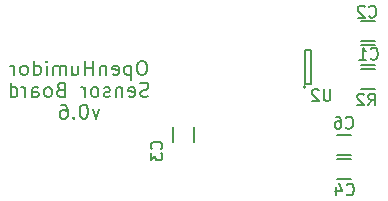
<source format=gbo>
G04 #@! TF.FileFunction,Legend,Bot*
%FSLAX46Y46*%
G04 Gerber Fmt 4.6, Leading zero omitted, Abs format (unit mm)*
G04 Created by KiCad (PCBNEW 4.0.2+e4-6225~38~ubuntu14.04.1-stable) date Sat Jul  9 19:21:58 2016*
%MOMM*%
G01*
G04 APERTURE LIST*
%ADD10C,0.150000*%
%ADD11C,0.175000*%
G04 APERTURE END LIST*
D10*
D11*
X17557070Y26934643D02*
X17328499Y26934643D01*
X17214213Y26877500D01*
X17099927Y26763214D01*
X17042785Y26534643D01*
X17042785Y26134643D01*
X17099927Y25906071D01*
X17214213Y25791786D01*
X17328499Y25734643D01*
X17557070Y25734643D01*
X17671356Y25791786D01*
X17785642Y25906071D01*
X17842785Y26134643D01*
X17842785Y26534643D01*
X17785642Y26763214D01*
X17671356Y26877500D01*
X17557070Y26934643D01*
X16528499Y26534643D02*
X16528499Y25334643D01*
X16528499Y26477500D02*
X16414213Y26534643D01*
X16185642Y26534643D01*
X16071356Y26477500D01*
X16014213Y26420357D01*
X15957070Y26306071D01*
X15957070Y25963214D01*
X16014213Y25848929D01*
X16071356Y25791786D01*
X16185642Y25734643D01*
X16414213Y25734643D01*
X16528499Y25791786D01*
X14985642Y25791786D02*
X15099928Y25734643D01*
X15328499Y25734643D01*
X15442785Y25791786D01*
X15499928Y25906071D01*
X15499928Y26363214D01*
X15442785Y26477500D01*
X15328499Y26534643D01*
X15099928Y26534643D01*
X14985642Y26477500D01*
X14928499Y26363214D01*
X14928499Y26248929D01*
X15499928Y26134643D01*
X14414214Y26534643D02*
X14414214Y25734643D01*
X14414214Y26420357D02*
X14357071Y26477500D01*
X14242785Y26534643D01*
X14071357Y26534643D01*
X13957071Y26477500D01*
X13899928Y26363214D01*
X13899928Y25734643D01*
X13328500Y25734643D02*
X13328500Y26934643D01*
X13328500Y26363214D02*
X12642785Y26363214D01*
X12642785Y25734643D02*
X12642785Y26934643D01*
X11557071Y26534643D02*
X11557071Y25734643D01*
X12071357Y26534643D02*
X12071357Y25906071D01*
X12014214Y25791786D01*
X11899928Y25734643D01*
X11728500Y25734643D01*
X11614214Y25791786D01*
X11557071Y25848929D01*
X10985643Y25734643D02*
X10985643Y26534643D01*
X10985643Y26420357D02*
X10928500Y26477500D01*
X10814214Y26534643D01*
X10642786Y26534643D01*
X10528500Y26477500D01*
X10471357Y26363214D01*
X10471357Y25734643D01*
X10471357Y26363214D02*
X10414214Y26477500D01*
X10299928Y26534643D01*
X10128500Y26534643D01*
X10014214Y26477500D01*
X9957071Y26363214D01*
X9957071Y25734643D01*
X9385643Y25734643D02*
X9385643Y26534643D01*
X9385643Y26934643D02*
X9442786Y26877500D01*
X9385643Y26820357D01*
X9328500Y26877500D01*
X9385643Y26934643D01*
X9385643Y26820357D01*
X8299928Y25734643D02*
X8299928Y26934643D01*
X8299928Y25791786D02*
X8414214Y25734643D01*
X8642785Y25734643D01*
X8757071Y25791786D01*
X8814214Y25848929D01*
X8871357Y25963214D01*
X8871357Y26306071D01*
X8814214Y26420357D01*
X8757071Y26477500D01*
X8642785Y26534643D01*
X8414214Y26534643D01*
X8299928Y26477500D01*
X7557071Y25734643D02*
X7671357Y25791786D01*
X7728500Y25848929D01*
X7785643Y25963214D01*
X7785643Y26306071D01*
X7728500Y26420357D01*
X7671357Y26477500D01*
X7557071Y26534643D01*
X7385643Y26534643D01*
X7271357Y26477500D01*
X7214214Y26420357D01*
X7157071Y26306071D01*
X7157071Y25963214D01*
X7214214Y25848929D01*
X7271357Y25791786D01*
X7385643Y25734643D01*
X7557071Y25734643D01*
X6642786Y25734643D02*
X6642786Y26534643D01*
X6642786Y26306071D02*
X6585643Y26420357D01*
X6528500Y26477500D01*
X6414214Y26534643D01*
X6299929Y26534643D01*
X17985642Y23936786D02*
X17814213Y23879643D01*
X17528499Y23879643D01*
X17414213Y23936786D01*
X17357070Y23993929D01*
X17299927Y24108214D01*
X17299927Y24222500D01*
X17357070Y24336786D01*
X17414213Y24393929D01*
X17528499Y24451071D01*
X17757070Y24508214D01*
X17871356Y24565357D01*
X17928499Y24622500D01*
X17985642Y24736786D01*
X17985642Y24851071D01*
X17928499Y24965357D01*
X17871356Y25022500D01*
X17757070Y25079643D01*
X17471356Y25079643D01*
X17299927Y25022500D01*
X16328499Y23936786D02*
X16442785Y23879643D01*
X16671356Y23879643D01*
X16785642Y23936786D01*
X16842785Y24051071D01*
X16842785Y24508214D01*
X16785642Y24622500D01*
X16671356Y24679643D01*
X16442785Y24679643D01*
X16328499Y24622500D01*
X16271356Y24508214D01*
X16271356Y24393929D01*
X16842785Y24279643D01*
X15757071Y24679643D02*
X15757071Y23879643D01*
X15757071Y24565357D02*
X15699928Y24622500D01*
X15585642Y24679643D01*
X15414214Y24679643D01*
X15299928Y24622500D01*
X15242785Y24508214D01*
X15242785Y23879643D01*
X14728500Y23936786D02*
X14614214Y23879643D01*
X14385642Y23879643D01*
X14271357Y23936786D01*
X14214214Y24051071D01*
X14214214Y24108214D01*
X14271357Y24222500D01*
X14385642Y24279643D01*
X14557071Y24279643D01*
X14671357Y24336786D01*
X14728500Y24451071D01*
X14728500Y24508214D01*
X14671357Y24622500D01*
X14557071Y24679643D01*
X14385642Y24679643D01*
X14271357Y24622500D01*
X13528499Y23879643D02*
X13642785Y23936786D01*
X13699928Y23993929D01*
X13757071Y24108214D01*
X13757071Y24451071D01*
X13699928Y24565357D01*
X13642785Y24622500D01*
X13528499Y24679643D01*
X13357071Y24679643D01*
X13242785Y24622500D01*
X13185642Y24565357D01*
X13128499Y24451071D01*
X13128499Y24108214D01*
X13185642Y23993929D01*
X13242785Y23936786D01*
X13357071Y23879643D01*
X13528499Y23879643D01*
X12614214Y23879643D02*
X12614214Y24679643D01*
X12614214Y24451071D02*
X12557071Y24565357D01*
X12499928Y24622500D01*
X12385642Y24679643D01*
X12271357Y24679643D01*
X10557071Y24508214D02*
X10385642Y24451071D01*
X10328499Y24393929D01*
X10271356Y24279643D01*
X10271356Y24108214D01*
X10328499Y23993929D01*
X10385642Y23936786D01*
X10499928Y23879643D01*
X10957071Y23879643D01*
X10957071Y25079643D01*
X10557071Y25079643D01*
X10442785Y25022500D01*
X10385642Y24965357D01*
X10328499Y24851071D01*
X10328499Y24736786D01*
X10385642Y24622500D01*
X10442785Y24565357D01*
X10557071Y24508214D01*
X10957071Y24508214D01*
X9585642Y23879643D02*
X9699928Y23936786D01*
X9757071Y23993929D01*
X9814214Y24108214D01*
X9814214Y24451071D01*
X9757071Y24565357D01*
X9699928Y24622500D01*
X9585642Y24679643D01*
X9414214Y24679643D01*
X9299928Y24622500D01*
X9242785Y24565357D01*
X9185642Y24451071D01*
X9185642Y24108214D01*
X9242785Y23993929D01*
X9299928Y23936786D01*
X9414214Y23879643D01*
X9585642Y23879643D01*
X8157071Y23879643D02*
X8157071Y24508214D01*
X8214214Y24622500D01*
X8328500Y24679643D01*
X8557071Y24679643D01*
X8671357Y24622500D01*
X8157071Y23936786D02*
X8271357Y23879643D01*
X8557071Y23879643D01*
X8671357Y23936786D01*
X8728500Y24051071D01*
X8728500Y24165357D01*
X8671357Y24279643D01*
X8557071Y24336786D01*
X8271357Y24336786D01*
X8157071Y24393929D01*
X7585643Y23879643D02*
X7585643Y24679643D01*
X7585643Y24451071D02*
X7528500Y24565357D01*
X7471357Y24622500D01*
X7357071Y24679643D01*
X7242786Y24679643D01*
X6328500Y23879643D02*
X6328500Y25079643D01*
X6328500Y23936786D02*
X6442786Y23879643D01*
X6671357Y23879643D01*
X6785643Y23936786D01*
X6842786Y23993929D01*
X6899929Y24108214D01*
X6899929Y24451071D01*
X6842786Y24565357D01*
X6785643Y24622500D01*
X6671357Y24679643D01*
X6442786Y24679643D01*
X6328500Y24622500D01*
X13842785Y22824643D02*
X13557071Y22024643D01*
X13271357Y22824643D01*
X12585642Y23224643D02*
X12471357Y23224643D01*
X12357071Y23167500D01*
X12299928Y23110357D01*
X12242785Y22996071D01*
X12185642Y22767500D01*
X12185642Y22481786D01*
X12242785Y22253214D01*
X12299928Y22138929D01*
X12357071Y22081786D01*
X12471357Y22024643D01*
X12585642Y22024643D01*
X12699928Y22081786D01*
X12757071Y22138929D01*
X12814214Y22253214D01*
X12871357Y22481786D01*
X12871357Y22767500D01*
X12814214Y22996071D01*
X12757071Y23110357D01*
X12699928Y23167500D01*
X12585642Y23224643D01*
X11671357Y22138929D02*
X11614214Y22081786D01*
X11671357Y22024643D01*
X11728500Y22081786D01*
X11671357Y22138929D01*
X11671357Y22024643D01*
X10585642Y23224643D02*
X10814213Y23224643D01*
X10928499Y23167500D01*
X10985642Y23110357D01*
X11099928Y22938929D01*
X11157071Y22710357D01*
X11157071Y22253214D01*
X11099928Y22138929D01*
X11042785Y22081786D01*
X10928499Y22024643D01*
X10699928Y22024643D01*
X10585642Y22081786D01*
X10528499Y22138929D01*
X10471356Y22253214D01*
X10471356Y22538929D01*
X10528499Y22653214D01*
X10585642Y22710357D01*
X10699928Y22767500D01*
X10928499Y22767500D01*
X11042785Y22710357D01*
X11099928Y22653214D01*
X11157071Y22538929D01*
D10*
X31296000Y24716000D02*
G75*
G03X31296000Y24716000I-100000J0D01*
G01*
X31746000Y24966000D02*
X31246000Y24966000D01*
X31746000Y27866000D02*
X31746000Y24966000D01*
X31246000Y27866000D02*
X31746000Y27866000D01*
X31246000Y24966000D02*
X31246000Y27866000D01*
X35976000Y26557000D02*
X37176000Y26557000D01*
X37176000Y28307000D02*
X35976000Y28307000D01*
X35976000Y28589000D02*
X37176000Y28589000D01*
X37176000Y30339000D02*
X35976000Y30339000D01*
X20080000Y21301000D02*
X20080000Y20101000D01*
X21830000Y20101000D02*
X21830000Y21301000D01*
X35976000Y24525000D02*
X37176000Y24525000D01*
X37176000Y26275000D02*
X35976000Y26275000D01*
X33944000Y16905000D02*
X35144000Y16905000D01*
X35144000Y18655000D02*
X33944000Y18655000D01*
X33944000Y18937000D02*
X35144000Y18937000D01*
X35144000Y20687000D02*
X33944000Y20687000D01*
X33400905Y24550619D02*
X33400905Y23741095D01*
X33353286Y23645857D01*
X33305667Y23598238D01*
X33210429Y23550619D01*
X33019952Y23550619D01*
X32924714Y23598238D01*
X32877095Y23645857D01*
X32829476Y23741095D01*
X32829476Y24550619D01*
X32400905Y24455381D02*
X32353286Y24503000D01*
X32258048Y24550619D01*
X32019952Y24550619D01*
X31924714Y24503000D01*
X31877095Y24455381D01*
X31829476Y24360143D01*
X31829476Y24264905D01*
X31877095Y24122048D01*
X32448524Y23550619D01*
X31829476Y23550619D01*
X36806166Y27138357D02*
X36853785Y27090738D01*
X36996642Y27043119D01*
X37091880Y27043119D01*
X37234738Y27090738D01*
X37329976Y27185976D01*
X37377595Y27281214D01*
X37425214Y27471690D01*
X37425214Y27614548D01*
X37377595Y27805024D01*
X37329976Y27900262D01*
X37234738Y27995500D01*
X37091880Y28043119D01*
X36996642Y28043119D01*
X36853785Y27995500D01*
X36806166Y27947881D01*
X35853785Y27043119D02*
X36425214Y27043119D01*
X36139500Y27043119D02*
X36139500Y28043119D01*
X36234738Y27900262D01*
X36329976Y27805024D01*
X36425214Y27757405D01*
X36679166Y30694357D02*
X36726785Y30646738D01*
X36869642Y30599119D01*
X36964880Y30599119D01*
X37107738Y30646738D01*
X37202976Y30741976D01*
X37250595Y30837214D01*
X37298214Y31027690D01*
X37298214Y31170548D01*
X37250595Y31361024D01*
X37202976Y31456262D01*
X37107738Y31551500D01*
X36964880Y31599119D01*
X36869642Y31599119D01*
X36726785Y31551500D01*
X36679166Y31503881D01*
X36298214Y31503881D02*
X36250595Y31551500D01*
X36155357Y31599119D01*
X35917261Y31599119D01*
X35822023Y31551500D01*
X35774404Y31503881D01*
X35726785Y31408643D01*
X35726785Y31313405D01*
X35774404Y31170548D01*
X36345833Y30599119D01*
X35726785Y30599119D01*
X19089643Y19470666D02*
X19137262Y19518285D01*
X19184881Y19661142D01*
X19184881Y19756380D01*
X19137262Y19899238D01*
X19042024Y19994476D01*
X18946786Y20042095D01*
X18756310Y20089714D01*
X18613452Y20089714D01*
X18422976Y20042095D01*
X18327738Y19994476D01*
X18232500Y19899238D01*
X18184881Y19756380D01*
X18184881Y19661142D01*
X18232500Y19518285D01*
X18280119Y19470666D01*
X18184881Y19137333D02*
X18184881Y18518285D01*
X18565833Y18851619D01*
X18565833Y18708761D01*
X18613452Y18613523D01*
X18661071Y18565904D01*
X18756310Y18518285D01*
X18994405Y18518285D01*
X19089643Y18565904D01*
X19137262Y18613523D01*
X19184881Y18708761D01*
X19184881Y18994476D01*
X19137262Y19089714D01*
X19089643Y19137333D01*
X36615666Y23169619D02*
X36949000Y23645810D01*
X37187095Y23169619D02*
X37187095Y24169619D01*
X36806142Y24169619D01*
X36710904Y24122000D01*
X36663285Y24074381D01*
X36615666Y23979143D01*
X36615666Y23836286D01*
X36663285Y23741048D01*
X36710904Y23693429D01*
X36806142Y23645810D01*
X37187095Y23645810D01*
X36234714Y24074381D02*
X36187095Y24122000D01*
X36091857Y24169619D01*
X35853761Y24169619D01*
X35758523Y24122000D01*
X35710904Y24074381D01*
X35663285Y23979143D01*
X35663285Y23883905D01*
X35710904Y23741048D01*
X36282333Y23169619D01*
X35663285Y23169619D01*
X34774166Y15644857D02*
X34821785Y15597238D01*
X34964642Y15549619D01*
X35059880Y15549619D01*
X35202738Y15597238D01*
X35297976Y15692476D01*
X35345595Y15787714D01*
X35393214Y15978190D01*
X35393214Y16121048D01*
X35345595Y16311524D01*
X35297976Y16406762D01*
X35202738Y16502000D01*
X35059880Y16549619D01*
X34964642Y16549619D01*
X34821785Y16502000D01*
X34774166Y16454381D01*
X33917023Y16216286D02*
X33917023Y15549619D01*
X34155119Y16597238D02*
X34393214Y15882952D01*
X33774166Y15882952D01*
X34710666Y21296357D02*
X34758285Y21248738D01*
X34901142Y21201119D01*
X34996380Y21201119D01*
X35139238Y21248738D01*
X35234476Y21343976D01*
X35282095Y21439214D01*
X35329714Y21629690D01*
X35329714Y21772548D01*
X35282095Y21963024D01*
X35234476Y22058262D01*
X35139238Y22153500D01*
X34996380Y22201119D01*
X34901142Y22201119D01*
X34758285Y22153500D01*
X34710666Y22105881D01*
X33853523Y22201119D02*
X34044000Y22201119D01*
X34139238Y22153500D01*
X34186857Y22105881D01*
X34282095Y21963024D01*
X34329714Y21772548D01*
X34329714Y21391595D01*
X34282095Y21296357D01*
X34234476Y21248738D01*
X34139238Y21201119D01*
X33948761Y21201119D01*
X33853523Y21248738D01*
X33805904Y21296357D01*
X33758285Y21391595D01*
X33758285Y21629690D01*
X33805904Y21724929D01*
X33853523Y21772548D01*
X33948761Y21820167D01*
X34139238Y21820167D01*
X34234476Y21772548D01*
X34282095Y21724929D01*
X34329714Y21629690D01*
M02*

</source>
